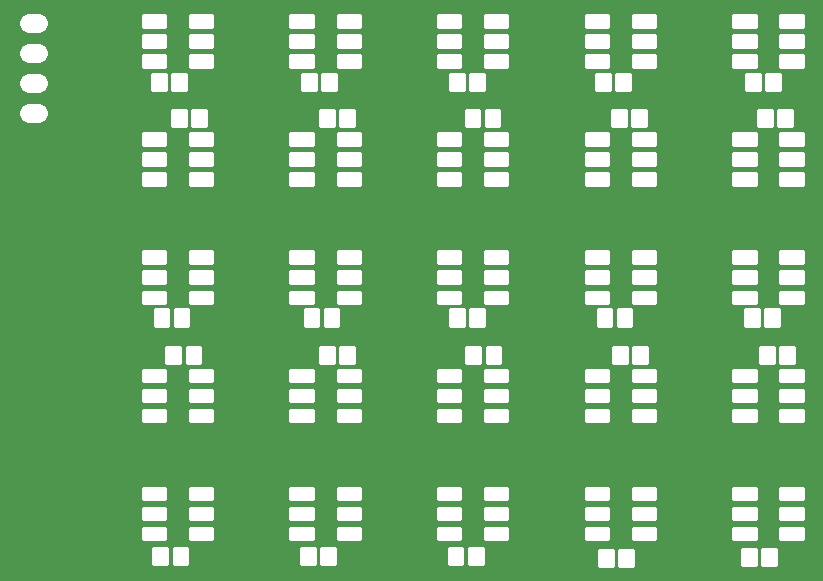
<source format=gts>
G04 EAGLE Gerber RS-274X export*
G75*
%MOMM*%
%FSLAX34Y34*%
%LPD*%
%INSoldermask Top*%
%IPNEG*%
%AMOC8*
5,1,8,0,0,1.08239X$1,22.5*%
G01*
%ADD10C,0.238272*%
%ADD11C,1.625600*%
%ADD12C,0.216288*%


D10*
X155217Y418183D02*
X143583Y418183D01*
X143583Y431817D01*
X155217Y431817D01*
X155217Y418183D01*
X155217Y420447D02*
X143583Y420447D01*
X143583Y422711D02*
X155217Y422711D01*
X155217Y424975D02*
X143583Y424975D01*
X143583Y427239D02*
X155217Y427239D01*
X155217Y429503D02*
X143583Y429503D01*
X143583Y431767D02*
X155217Y431767D01*
X160583Y418183D02*
X172217Y418183D01*
X160583Y418183D02*
X160583Y431817D01*
X172217Y431817D01*
X172217Y418183D01*
X172217Y420447D02*
X160583Y420447D01*
X160583Y422711D02*
X172217Y422711D01*
X172217Y424975D02*
X160583Y424975D01*
X160583Y427239D02*
X172217Y427239D01*
X172217Y429503D02*
X160583Y429503D01*
X160583Y431767D02*
X172217Y431767D01*
X177483Y401817D02*
X189117Y401817D01*
X189117Y388183D01*
X177483Y388183D01*
X177483Y401817D01*
X177483Y390447D02*
X189117Y390447D01*
X189117Y392711D02*
X177483Y392711D01*
X177483Y394975D02*
X189117Y394975D01*
X189117Y397239D02*
X177483Y397239D01*
X177483Y399503D02*
X189117Y399503D01*
X189117Y401767D02*
X177483Y401767D01*
X172117Y401817D02*
X160483Y401817D01*
X172117Y401817D02*
X172117Y388183D01*
X160483Y388183D01*
X160483Y401817D01*
X160483Y390447D02*
X172117Y390447D01*
X172117Y392711D02*
X160483Y392711D01*
X160483Y394975D02*
X172117Y394975D01*
X172117Y397239D02*
X160483Y397239D01*
X160483Y399503D02*
X172117Y399503D01*
X172117Y401767D02*
X160483Y401767D01*
X157317Y219183D02*
X145683Y219183D01*
X145683Y232817D01*
X157317Y232817D01*
X157317Y219183D01*
X157317Y221447D02*
X145683Y221447D01*
X145683Y223711D02*
X157317Y223711D01*
X157317Y225975D02*
X145683Y225975D01*
X145683Y228239D02*
X157317Y228239D01*
X157317Y230503D02*
X145683Y230503D01*
X145683Y232767D02*
X157317Y232767D01*
X162683Y219183D02*
X174317Y219183D01*
X162683Y219183D02*
X162683Y232817D01*
X174317Y232817D01*
X174317Y219183D01*
X174317Y221447D02*
X162683Y221447D01*
X162683Y223711D02*
X174317Y223711D01*
X174317Y225975D02*
X162683Y225975D01*
X162683Y228239D02*
X174317Y228239D01*
X174317Y230503D02*
X162683Y230503D01*
X162683Y232767D02*
X174317Y232767D01*
X272683Y219183D02*
X284317Y219183D01*
X272683Y219183D02*
X272683Y232817D01*
X284317Y232817D01*
X284317Y219183D01*
X284317Y221447D02*
X272683Y221447D01*
X272683Y223711D02*
X284317Y223711D01*
X284317Y225975D02*
X272683Y225975D01*
X272683Y228239D02*
X284317Y228239D01*
X284317Y230503D02*
X272683Y230503D01*
X272683Y232767D02*
X284317Y232767D01*
X289683Y219183D02*
X301317Y219183D01*
X289683Y219183D02*
X289683Y232817D01*
X301317Y232817D01*
X301317Y219183D01*
X301317Y221447D02*
X289683Y221447D01*
X289683Y223711D02*
X301317Y223711D01*
X301317Y225975D02*
X289683Y225975D01*
X289683Y228239D02*
X301317Y228239D01*
X301317Y230503D02*
X289683Y230503D01*
X289683Y232767D02*
X301317Y232767D01*
X395683Y219183D02*
X407317Y219183D01*
X395683Y219183D02*
X395683Y232817D01*
X407317Y232817D01*
X407317Y219183D01*
X407317Y221447D02*
X395683Y221447D01*
X395683Y223711D02*
X407317Y223711D01*
X407317Y225975D02*
X395683Y225975D01*
X395683Y228239D02*
X407317Y228239D01*
X407317Y230503D02*
X395683Y230503D01*
X395683Y232767D02*
X407317Y232767D01*
X412683Y219183D02*
X424317Y219183D01*
X412683Y219183D02*
X412683Y232817D01*
X424317Y232817D01*
X424317Y219183D01*
X424317Y221447D02*
X412683Y221447D01*
X412683Y223711D02*
X424317Y223711D01*
X424317Y225975D02*
X412683Y225975D01*
X412683Y228239D02*
X424317Y228239D01*
X424317Y230503D02*
X412683Y230503D01*
X412683Y232767D02*
X424317Y232767D01*
X520683Y219183D02*
X532317Y219183D01*
X520683Y219183D02*
X520683Y232817D01*
X532317Y232817D01*
X532317Y219183D01*
X532317Y221447D02*
X520683Y221447D01*
X520683Y223711D02*
X532317Y223711D01*
X532317Y225975D02*
X520683Y225975D01*
X520683Y228239D02*
X532317Y228239D01*
X532317Y230503D02*
X520683Y230503D01*
X520683Y232767D02*
X532317Y232767D01*
X537683Y219183D02*
X549317Y219183D01*
X537683Y219183D02*
X537683Y232817D01*
X549317Y232817D01*
X549317Y219183D01*
X549317Y221447D02*
X537683Y221447D01*
X537683Y223711D02*
X549317Y223711D01*
X549317Y225975D02*
X537683Y225975D01*
X537683Y228239D02*
X549317Y228239D01*
X549317Y230503D02*
X537683Y230503D01*
X537683Y232767D02*
X549317Y232767D01*
X645683Y219183D02*
X657317Y219183D01*
X645683Y219183D02*
X645683Y232817D01*
X657317Y232817D01*
X657317Y219183D01*
X657317Y221447D02*
X645683Y221447D01*
X645683Y223711D02*
X657317Y223711D01*
X657317Y225975D02*
X645683Y225975D01*
X645683Y228239D02*
X657317Y228239D01*
X657317Y230503D02*
X645683Y230503D01*
X645683Y232767D02*
X657317Y232767D01*
X662683Y219183D02*
X674317Y219183D01*
X662683Y219183D02*
X662683Y232817D01*
X674317Y232817D01*
X674317Y219183D01*
X674317Y221447D02*
X662683Y221447D01*
X662683Y223711D02*
X674317Y223711D01*
X674317Y225975D02*
X662683Y225975D01*
X662683Y228239D02*
X674317Y228239D01*
X674317Y230503D02*
X662683Y230503D01*
X662683Y232767D02*
X674317Y232767D01*
X675083Y200817D02*
X686717Y200817D01*
X686717Y187183D01*
X675083Y187183D01*
X675083Y200817D01*
X675083Y189447D02*
X686717Y189447D01*
X686717Y191711D02*
X675083Y191711D01*
X675083Y193975D02*
X686717Y193975D01*
X686717Y196239D02*
X675083Y196239D01*
X675083Y198503D02*
X686717Y198503D01*
X686717Y200767D02*
X675083Y200767D01*
X669717Y200817D02*
X658083Y200817D01*
X669717Y200817D02*
X669717Y187183D01*
X658083Y187183D01*
X658083Y200817D01*
X658083Y189447D02*
X669717Y189447D01*
X669717Y191711D02*
X658083Y191711D01*
X658083Y193975D02*
X669717Y193975D01*
X669717Y196239D02*
X658083Y196239D01*
X658083Y198503D02*
X669717Y198503D01*
X669717Y200767D02*
X658083Y200767D01*
X562517Y200817D02*
X550883Y200817D01*
X562517Y200817D02*
X562517Y187183D01*
X550883Y187183D01*
X550883Y200817D01*
X550883Y189447D02*
X562517Y189447D01*
X562517Y191711D02*
X550883Y191711D01*
X550883Y193975D02*
X562517Y193975D01*
X562517Y196239D02*
X550883Y196239D01*
X550883Y198503D02*
X562517Y198503D01*
X562517Y200767D02*
X550883Y200767D01*
X545517Y200817D02*
X533883Y200817D01*
X545517Y200817D02*
X545517Y187183D01*
X533883Y187183D01*
X533883Y200817D01*
X533883Y189447D02*
X545517Y189447D01*
X545517Y191711D02*
X533883Y191711D01*
X533883Y193975D02*
X545517Y193975D01*
X545517Y196239D02*
X533883Y196239D01*
X533883Y198503D02*
X545517Y198503D01*
X545517Y200767D02*
X533883Y200767D01*
X438317Y200817D02*
X426683Y200817D01*
X438317Y200817D02*
X438317Y187183D01*
X426683Y187183D01*
X426683Y200817D01*
X426683Y189447D02*
X438317Y189447D01*
X438317Y191711D02*
X426683Y191711D01*
X426683Y193975D02*
X438317Y193975D01*
X438317Y196239D02*
X426683Y196239D01*
X426683Y198503D02*
X438317Y198503D01*
X438317Y200767D02*
X426683Y200767D01*
X421317Y200817D02*
X409683Y200817D01*
X421317Y200817D02*
X421317Y187183D01*
X409683Y187183D01*
X409683Y200817D01*
X409683Y189447D02*
X421317Y189447D01*
X421317Y191711D02*
X409683Y191711D01*
X409683Y193975D02*
X421317Y193975D01*
X421317Y196239D02*
X409683Y196239D01*
X409683Y198503D02*
X421317Y198503D01*
X421317Y200767D02*
X409683Y200767D01*
X314117Y200817D02*
X302483Y200817D01*
X314117Y200817D02*
X314117Y187183D01*
X302483Y187183D01*
X302483Y200817D01*
X302483Y189447D02*
X314117Y189447D01*
X314117Y191711D02*
X302483Y191711D01*
X302483Y193975D02*
X314117Y193975D01*
X314117Y196239D02*
X302483Y196239D01*
X302483Y198503D02*
X314117Y198503D01*
X314117Y200767D02*
X302483Y200767D01*
X297117Y200817D02*
X285483Y200817D01*
X297117Y200817D02*
X297117Y187183D01*
X285483Y187183D01*
X285483Y200817D01*
X285483Y189447D02*
X297117Y189447D01*
X297117Y191711D02*
X285483Y191711D01*
X285483Y193975D02*
X297117Y193975D01*
X297117Y196239D02*
X285483Y196239D01*
X285483Y198503D02*
X297117Y198503D01*
X297117Y200767D02*
X285483Y200767D01*
X282317Y418183D02*
X270683Y418183D01*
X270683Y431817D01*
X282317Y431817D01*
X282317Y418183D01*
X282317Y420447D02*
X270683Y420447D01*
X270683Y422711D02*
X282317Y422711D01*
X282317Y424975D02*
X270683Y424975D01*
X270683Y427239D02*
X282317Y427239D01*
X282317Y429503D02*
X270683Y429503D01*
X270683Y431767D02*
X282317Y431767D01*
X287683Y418183D02*
X299317Y418183D01*
X287683Y418183D02*
X287683Y431817D01*
X299317Y431817D01*
X299317Y418183D01*
X299317Y420447D02*
X287683Y420447D01*
X287683Y422711D02*
X299317Y422711D01*
X299317Y424975D02*
X287683Y424975D01*
X287683Y427239D02*
X299317Y427239D01*
X299317Y429503D02*
X287683Y429503D01*
X287683Y431767D02*
X299317Y431767D01*
X184317Y200817D02*
X172683Y200817D01*
X184317Y200817D02*
X184317Y187183D01*
X172683Y187183D01*
X172683Y200817D01*
X172683Y189447D02*
X184317Y189447D01*
X184317Y191711D02*
X172683Y191711D01*
X172683Y193975D02*
X184317Y193975D01*
X184317Y196239D02*
X172683Y196239D01*
X172683Y198503D02*
X184317Y198503D01*
X184317Y200767D02*
X172683Y200767D01*
X167317Y200817D02*
X155683Y200817D01*
X167317Y200817D02*
X167317Y187183D01*
X155683Y187183D01*
X155683Y200817D01*
X155683Y189447D02*
X167317Y189447D01*
X167317Y191711D02*
X155683Y191711D01*
X155683Y193975D02*
X167317Y193975D01*
X167317Y196239D02*
X155683Y196239D01*
X155683Y198503D02*
X167317Y198503D01*
X167317Y200767D02*
X155683Y200767D01*
X156317Y17183D02*
X144683Y17183D01*
X144683Y30817D01*
X156317Y30817D01*
X156317Y17183D01*
X156317Y19447D02*
X144683Y19447D01*
X144683Y21711D02*
X156317Y21711D01*
X156317Y23975D02*
X144683Y23975D01*
X144683Y26239D02*
X156317Y26239D01*
X156317Y28503D02*
X144683Y28503D01*
X144683Y30767D02*
X156317Y30767D01*
X161683Y17183D02*
X173317Y17183D01*
X161683Y17183D02*
X161683Y30817D01*
X173317Y30817D01*
X173317Y17183D01*
X173317Y19447D02*
X161683Y19447D01*
X161683Y21711D02*
X173317Y21711D01*
X173317Y23975D02*
X161683Y23975D01*
X161683Y26239D02*
X173317Y26239D01*
X173317Y28503D02*
X161683Y28503D01*
X161683Y30767D02*
X173317Y30767D01*
X269683Y17183D02*
X281317Y17183D01*
X269683Y17183D02*
X269683Y30817D01*
X281317Y30817D01*
X281317Y17183D01*
X281317Y19447D02*
X269683Y19447D01*
X269683Y21711D02*
X281317Y21711D01*
X281317Y23975D02*
X269683Y23975D01*
X269683Y26239D02*
X281317Y26239D01*
X281317Y28503D02*
X269683Y28503D01*
X269683Y30767D02*
X281317Y30767D01*
X286683Y17183D02*
X298317Y17183D01*
X286683Y17183D02*
X286683Y30817D01*
X298317Y30817D01*
X298317Y17183D01*
X298317Y19447D02*
X286683Y19447D01*
X286683Y21711D02*
X298317Y21711D01*
X298317Y23975D02*
X286683Y23975D01*
X286683Y26239D02*
X298317Y26239D01*
X298317Y28503D02*
X286683Y28503D01*
X286683Y30767D02*
X298317Y30767D01*
X394683Y17183D02*
X406317Y17183D01*
X394683Y17183D02*
X394683Y30817D01*
X406317Y30817D01*
X406317Y17183D01*
X406317Y19447D02*
X394683Y19447D01*
X394683Y21711D02*
X406317Y21711D01*
X406317Y23975D02*
X394683Y23975D01*
X394683Y26239D02*
X406317Y26239D01*
X406317Y28503D02*
X394683Y28503D01*
X394683Y30767D02*
X406317Y30767D01*
X411683Y17183D02*
X423317Y17183D01*
X411683Y17183D02*
X411683Y30817D01*
X423317Y30817D01*
X423317Y17183D01*
X423317Y19447D02*
X411683Y19447D01*
X411683Y21711D02*
X423317Y21711D01*
X423317Y23975D02*
X411683Y23975D01*
X411683Y26239D02*
X423317Y26239D01*
X423317Y28503D02*
X411683Y28503D01*
X411683Y30767D02*
X423317Y30767D01*
X521883Y15783D02*
X533517Y15783D01*
X521883Y15783D02*
X521883Y29417D01*
X533517Y29417D01*
X533517Y15783D01*
X533517Y18047D02*
X521883Y18047D01*
X521883Y20311D02*
X533517Y20311D01*
X533517Y22575D02*
X521883Y22575D01*
X521883Y24839D02*
X533517Y24839D01*
X533517Y27103D02*
X521883Y27103D01*
X521883Y29367D02*
X533517Y29367D01*
X538883Y15783D02*
X550517Y15783D01*
X538883Y15783D02*
X538883Y29417D01*
X550517Y29417D01*
X550517Y15783D01*
X550517Y18047D02*
X538883Y18047D01*
X538883Y20311D02*
X550517Y20311D01*
X550517Y22575D02*
X538883Y22575D01*
X538883Y24839D02*
X550517Y24839D01*
X550517Y27103D02*
X538883Y27103D01*
X538883Y29367D02*
X550517Y29367D01*
X643283Y16583D02*
X654917Y16583D01*
X643283Y16583D02*
X643283Y30217D01*
X654917Y30217D01*
X654917Y16583D01*
X654917Y18847D02*
X643283Y18847D01*
X643283Y21111D02*
X654917Y21111D01*
X654917Y23375D02*
X643283Y23375D01*
X643283Y25639D02*
X654917Y25639D01*
X654917Y27903D02*
X643283Y27903D01*
X643283Y30167D02*
X654917Y30167D01*
X660283Y16583D02*
X671917Y16583D01*
X660283Y16583D02*
X660283Y30217D01*
X671917Y30217D01*
X671917Y16583D01*
X671917Y18847D02*
X660283Y18847D01*
X660283Y21111D02*
X671917Y21111D01*
X671917Y23375D02*
X660283Y23375D01*
X660283Y25639D02*
X671917Y25639D01*
X671917Y27903D02*
X660283Y27903D01*
X660283Y30167D02*
X671917Y30167D01*
X407317Y418183D02*
X395683Y418183D01*
X395683Y431817D01*
X407317Y431817D01*
X407317Y418183D01*
X407317Y420447D02*
X395683Y420447D01*
X395683Y422711D02*
X407317Y422711D01*
X407317Y424975D02*
X395683Y424975D01*
X395683Y427239D02*
X407317Y427239D01*
X407317Y429503D02*
X395683Y429503D01*
X395683Y431767D02*
X407317Y431767D01*
X412683Y418183D02*
X424317Y418183D01*
X412683Y418183D02*
X412683Y431817D01*
X424317Y431817D01*
X424317Y418183D01*
X424317Y420447D02*
X412683Y420447D01*
X412683Y422711D02*
X424317Y422711D01*
X424317Y424975D02*
X412683Y424975D01*
X412683Y427239D02*
X424317Y427239D01*
X424317Y429503D02*
X412683Y429503D01*
X412683Y431767D02*
X424317Y431767D01*
X519683Y418183D02*
X531317Y418183D01*
X519683Y418183D02*
X519683Y431817D01*
X531317Y431817D01*
X531317Y418183D01*
X531317Y420447D02*
X519683Y420447D01*
X519683Y422711D02*
X531317Y422711D01*
X531317Y424975D02*
X519683Y424975D01*
X519683Y427239D02*
X531317Y427239D01*
X531317Y429503D02*
X519683Y429503D01*
X519683Y431767D02*
X531317Y431767D01*
X536683Y418183D02*
X548317Y418183D01*
X536683Y418183D02*
X536683Y431817D01*
X548317Y431817D01*
X548317Y418183D01*
X548317Y420447D02*
X536683Y420447D01*
X536683Y422711D02*
X548317Y422711D01*
X548317Y424975D02*
X536683Y424975D01*
X536683Y427239D02*
X548317Y427239D01*
X548317Y429503D02*
X536683Y429503D01*
X536683Y431767D02*
X548317Y431767D01*
X646683Y418183D02*
X658317Y418183D01*
X646683Y418183D02*
X646683Y431817D01*
X658317Y431817D01*
X658317Y418183D01*
X658317Y420447D02*
X646683Y420447D01*
X646683Y422711D02*
X658317Y422711D01*
X658317Y424975D02*
X646683Y424975D01*
X646683Y427239D02*
X658317Y427239D01*
X658317Y429503D02*
X646683Y429503D01*
X646683Y431767D02*
X658317Y431767D01*
X663683Y418183D02*
X675317Y418183D01*
X663683Y418183D02*
X663683Y431817D01*
X675317Y431817D01*
X675317Y418183D01*
X675317Y420447D02*
X663683Y420447D01*
X663683Y422711D02*
X675317Y422711D01*
X675317Y424975D02*
X663683Y424975D01*
X663683Y427239D02*
X675317Y427239D01*
X675317Y429503D02*
X663683Y429503D01*
X663683Y431767D02*
X675317Y431767D01*
X673783Y401817D02*
X685417Y401817D01*
X685417Y388183D01*
X673783Y388183D01*
X673783Y401817D01*
X673783Y390447D02*
X685417Y390447D01*
X685417Y392711D02*
X673783Y392711D01*
X673783Y394975D02*
X685417Y394975D01*
X685417Y397239D02*
X673783Y397239D01*
X673783Y399503D02*
X685417Y399503D01*
X685417Y401767D02*
X673783Y401767D01*
X668417Y401817D02*
X656783Y401817D01*
X668417Y401817D02*
X668417Y388183D01*
X656783Y388183D01*
X656783Y401817D01*
X656783Y390447D02*
X668417Y390447D01*
X668417Y392711D02*
X656783Y392711D01*
X656783Y394975D02*
X668417Y394975D01*
X668417Y397239D02*
X656783Y397239D01*
X656783Y399503D02*
X668417Y399503D01*
X668417Y401767D02*
X656783Y401767D01*
X561717Y401817D02*
X550083Y401817D01*
X561717Y401817D02*
X561717Y388183D01*
X550083Y388183D01*
X550083Y401817D01*
X550083Y390447D02*
X561717Y390447D01*
X561717Y392711D02*
X550083Y392711D01*
X550083Y394975D02*
X561717Y394975D01*
X561717Y397239D02*
X550083Y397239D01*
X550083Y399503D02*
X561717Y399503D01*
X561717Y401767D02*
X550083Y401767D01*
X544717Y401817D02*
X533083Y401817D01*
X544717Y401817D02*
X544717Y388183D01*
X533083Y388183D01*
X533083Y401817D01*
X533083Y390447D02*
X544717Y390447D01*
X544717Y392711D02*
X533083Y392711D01*
X533083Y394975D02*
X544717Y394975D01*
X544717Y397239D02*
X533083Y397239D01*
X533083Y399503D02*
X544717Y399503D01*
X544717Y401767D02*
X533083Y401767D01*
X437517Y401817D02*
X425883Y401817D01*
X437517Y401817D02*
X437517Y388183D01*
X425883Y388183D01*
X425883Y401817D01*
X425883Y390447D02*
X437517Y390447D01*
X437517Y392711D02*
X425883Y392711D01*
X425883Y394975D02*
X437517Y394975D01*
X437517Y397239D02*
X425883Y397239D01*
X425883Y399503D02*
X437517Y399503D01*
X437517Y401767D02*
X425883Y401767D01*
X420517Y401817D02*
X408883Y401817D01*
X420517Y401817D02*
X420517Y388183D01*
X408883Y388183D01*
X408883Y401817D01*
X408883Y390447D02*
X420517Y390447D01*
X420517Y392711D02*
X408883Y392711D01*
X408883Y394975D02*
X420517Y394975D01*
X420517Y397239D02*
X408883Y397239D01*
X408883Y399503D02*
X420517Y399503D01*
X420517Y401767D02*
X408883Y401767D01*
X314317Y401817D02*
X302683Y401817D01*
X314317Y401817D02*
X314317Y388183D01*
X302683Y388183D01*
X302683Y401817D01*
X302683Y390447D02*
X314317Y390447D01*
X314317Y392711D02*
X302683Y392711D01*
X302683Y394975D02*
X314317Y394975D01*
X314317Y397239D02*
X302683Y397239D01*
X302683Y399503D02*
X314317Y399503D01*
X314317Y401767D02*
X302683Y401767D01*
X297317Y401817D02*
X285683Y401817D01*
X297317Y401817D02*
X297317Y388183D01*
X285683Y388183D01*
X285683Y401817D01*
X285683Y390447D02*
X297317Y390447D01*
X297317Y392711D02*
X285683Y392711D01*
X285683Y394975D02*
X297317Y394975D01*
X297317Y397239D02*
X285683Y397239D01*
X285683Y399503D02*
X297317Y399503D01*
X297317Y401767D02*
X285683Y401767D01*
D11*
X47110Y398700D02*
X39490Y398700D01*
X39490Y424100D02*
X47110Y424100D01*
X47110Y449500D02*
X39490Y449500D01*
X39490Y474900D02*
X47110Y474900D01*
D12*
X260573Y372073D02*
X279427Y372073D01*
X260573Y372073D02*
X260573Y381927D01*
X279427Y381927D01*
X279427Y372073D01*
X279427Y374128D02*
X260573Y374128D01*
X260573Y376183D02*
X279427Y376183D01*
X279427Y378238D02*
X260573Y378238D01*
X260573Y380293D02*
X279427Y380293D01*
X279427Y355073D02*
X260573Y355073D01*
X260573Y364927D01*
X279427Y364927D01*
X279427Y355073D01*
X279427Y357128D02*
X260573Y357128D01*
X260573Y359183D02*
X279427Y359183D01*
X279427Y361238D02*
X260573Y361238D01*
X260573Y363293D02*
X279427Y363293D01*
X279427Y338073D02*
X260573Y338073D01*
X260573Y347927D01*
X279427Y347927D01*
X279427Y338073D01*
X279427Y340128D02*
X260573Y340128D01*
X260573Y342183D02*
X279427Y342183D01*
X279427Y344238D02*
X260573Y344238D01*
X260573Y346293D02*
X279427Y346293D01*
X300573Y338073D02*
X319427Y338073D01*
X300573Y338073D02*
X300573Y347927D01*
X319427Y347927D01*
X319427Y338073D01*
X319427Y340128D02*
X300573Y340128D01*
X300573Y342183D02*
X319427Y342183D01*
X319427Y344238D02*
X300573Y344238D01*
X300573Y346293D02*
X319427Y346293D01*
X319427Y355073D02*
X300573Y355073D01*
X300573Y364927D01*
X319427Y364927D01*
X319427Y355073D01*
X319427Y357128D02*
X300573Y357128D01*
X300573Y359183D02*
X319427Y359183D01*
X319427Y361238D02*
X300573Y361238D01*
X300573Y363293D02*
X319427Y363293D01*
X319427Y372073D02*
X300573Y372073D01*
X300573Y381927D01*
X319427Y381927D01*
X319427Y372073D01*
X319427Y374128D02*
X300573Y374128D01*
X300573Y376183D02*
X319427Y376183D01*
X319427Y378238D02*
X300573Y378238D01*
X300573Y380293D02*
X319427Y380293D01*
X154427Y372073D02*
X135573Y372073D01*
X135573Y381927D01*
X154427Y381927D01*
X154427Y372073D01*
X154427Y374128D02*
X135573Y374128D01*
X135573Y376183D02*
X154427Y376183D01*
X154427Y378238D02*
X135573Y378238D01*
X135573Y380293D02*
X154427Y380293D01*
X154427Y355073D02*
X135573Y355073D01*
X135573Y364927D01*
X154427Y364927D01*
X154427Y355073D01*
X154427Y357128D02*
X135573Y357128D01*
X135573Y359183D02*
X154427Y359183D01*
X154427Y361238D02*
X135573Y361238D01*
X135573Y363293D02*
X154427Y363293D01*
X154427Y338073D02*
X135573Y338073D01*
X135573Y347927D01*
X154427Y347927D01*
X154427Y338073D01*
X154427Y340128D02*
X135573Y340128D01*
X135573Y342183D02*
X154427Y342183D01*
X154427Y344238D02*
X135573Y344238D01*
X135573Y346293D02*
X154427Y346293D01*
X175573Y338073D02*
X194427Y338073D01*
X175573Y338073D02*
X175573Y347927D01*
X194427Y347927D01*
X194427Y338073D01*
X194427Y340128D02*
X175573Y340128D01*
X175573Y342183D02*
X194427Y342183D01*
X194427Y344238D02*
X175573Y344238D01*
X175573Y346293D02*
X194427Y346293D01*
X194427Y355073D02*
X175573Y355073D01*
X175573Y364927D01*
X194427Y364927D01*
X194427Y355073D01*
X194427Y357128D02*
X175573Y357128D01*
X175573Y359183D02*
X194427Y359183D01*
X194427Y361238D02*
X175573Y361238D01*
X175573Y363293D02*
X194427Y363293D01*
X194427Y372073D02*
X175573Y372073D01*
X175573Y381927D01*
X194427Y381927D01*
X194427Y372073D01*
X194427Y374128D02*
X175573Y374128D01*
X175573Y376183D02*
X194427Y376183D01*
X194427Y378238D02*
X175573Y378238D01*
X175573Y380293D02*
X194427Y380293D01*
X194427Y247927D02*
X175573Y247927D01*
X194427Y247927D02*
X194427Y238073D01*
X175573Y238073D01*
X175573Y247927D01*
X175573Y240128D02*
X194427Y240128D01*
X194427Y242183D02*
X175573Y242183D01*
X175573Y244238D02*
X194427Y244238D01*
X194427Y246293D02*
X175573Y246293D01*
X175573Y264927D02*
X194427Y264927D01*
X194427Y255073D01*
X175573Y255073D01*
X175573Y264927D01*
X175573Y257128D02*
X194427Y257128D01*
X194427Y259183D02*
X175573Y259183D01*
X175573Y261238D02*
X194427Y261238D01*
X194427Y263293D02*
X175573Y263293D01*
X175573Y281927D02*
X194427Y281927D01*
X194427Y272073D01*
X175573Y272073D01*
X175573Y281927D01*
X175573Y274128D02*
X194427Y274128D01*
X194427Y276183D02*
X175573Y276183D01*
X175573Y278238D02*
X194427Y278238D01*
X194427Y280293D02*
X175573Y280293D01*
X154427Y281927D02*
X135573Y281927D01*
X154427Y281927D02*
X154427Y272073D01*
X135573Y272073D01*
X135573Y281927D01*
X135573Y274128D02*
X154427Y274128D01*
X154427Y276183D02*
X135573Y276183D01*
X135573Y278238D02*
X154427Y278238D01*
X154427Y280293D02*
X135573Y280293D01*
X135573Y264927D02*
X154427Y264927D01*
X154427Y255073D01*
X135573Y255073D01*
X135573Y264927D01*
X135573Y257128D02*
X154427Y257128D01*
X154427Y259183D02*
X135573Y259183D01*
X135573Y261238D02*
X154427Y261238D01*
X154427Y263293D02*
X135573Y263293D01*
X135573Y247927D02*
X154427Y247927D01*
X154427Y238073D01*
X135573Y238073D01*
X135573Y247927D01*
X135573Y240128D02*
X154427Y240128D01*
X154427Y242183D02*
X135573Y242183D01*
X135573Y244238D02*
X154427Y244238D01*
X154427Y246293D02*
X135573Y246293D01*
X300573Y247927D02*
X319427Y247927D01*
X319427Y238073D01*
X300573Y238073D01*
X300573Y247927D01*
X300573Y240128D02*
X319427Y240128D01*
X319427Y242183D02*
X300573Y242183D01*
X300573Y244238D02*
X319427Y244238D01*
X319427Y246293D02*
X300573Y246293D01*
X300573Y264927D02*
X319427Y264927D01*
X319427Y255073D01*
X300573Y255073D01*
X300573Y264927D01*
X300573Y257128D02*
X319427Y257128D01*
X319427Y259183D02*
X300573Y259183D01*
X300573Y261238D02*
X319427Y261238D01*
X319427Y263293D02*
X300573Y263293D01*
X300573Y281927D02*
X319427Y281927D01*
X319427Y272073D01*
X300573Y272073D01*
X300573Y281927D01*
X300573Y274128D02*
X319427Y274128D01*
X319427Y276183D02*
X300573Y276183D01*
X300573Y278238D02*
X319427Y278238D01*
X319427Y280293D02*
X300573Y280293D01*
X279427Y281927D02*
X260573Y281927D01*
X279427Y281927D02*
X279427Y272073D01*
X260573Y272073D01*
X260573Y281927D01*
X260573Y274128D02*
X279427Y274128D01*
X279427Y276183D02*
X260573Y276183D01*
X260573Y278238D02*
X279427Y278238D01*
X279427Y280293D02*
X260573Y280293D01*
X260573Y264927D02*
X279427Y264927D01*
X279427Y255073D01*
X260573Y255073D01*
X260573Y264927D01*
X260573Y257128D02*
X279427Y257128D01*
X279427Y259183D02*
X260573Y259183D01*
X260573Y261238D02*
X279427Y261238D01*
X279427Y263293D02*
X260573Y263293D01*
X260573Y247927D02*
X279427Y247927D01*
X279427Y238073D01*
X260573Y238073D01*
X260573Y247927D01*
X260573Y240128D02*
X279427Y240128D01*
X279427Y242183D02*
X260573Y242183D01*
X260573Y244238D02*
X279427Y244238D01*
X279427Y246293D02*
X260573Y246293D01*
X425573Y247927D02*
X444427Y247927D01*
X444427Y238073D01*
X425573Y238073D01*
X425573Y247927D01*
X425573Y240128D02*
X444427Y240128D01*
X444427Y242183D02*
X425573Y242183D01*
X425573Y244238D02*
X444427Y244238D01*
X444427Y246293D02*
X425573Y246293D01*
X425573Y264927D02*
X444427Y264927D01*
X444427Y255073D01*
X425573Y255073D01*
X425573Y264927D01*
X425573Y257128D02*
X444427Y257128D01*
X444427Y259183D02*
X425573Y259183D01*
X425573Y261238D02*
X444427Y261238D01*
X444427Y263293D02*
X425573Y263293D01*
X425573Y281927D02*
X444427Y281927D01*
X444427Y272073D01*
X425573Y272073D01*
X425573Y281927D01*
X425573Y274128D02*
X444427Y274128D01*
X444427Y276183D02*
X425573Y276183D01*
X425573Y278238D02*
X444427Y278238D01*
X444427Y280293D02*
X425573Y280293D01*
X404427Y281927D02*
X385573Y281927D01*
X404427Y281927D02*
X404427Y272073D01*
X385573Y272073D01*
X385573Y281927D01*
X385573Y274128D02*
X404427Y274128D01*
X404427Y276183D02*
X385573Y276183D01*
X385573Y278238D02*
X404427Y278238D01*
X404427Y280293D02*
X385573Y280293D01*
X385573Y264927D02*
X404427Y264927D01*
X404427Y255073D01*
X385573Y255073D01*
X385573Y264927D01*
X385573Y257128D02*
X404427Y257128D01*
X404427Y259183D02*
X385573Y259183D01*
X385573Y261238D02*
X404427Y261238D01*
X404427Y263293D02*
X385573Y263293D01*
X385573Y247927D02*
X404427Y247927D01*
X404427Y238073D01*
X385573Y238073D01*
X385573Y247927D01*
X385573Y240128D02*
X404427Y240128D01*
X404427Y242183D02*
X385573Y242183D01*
X385573Y244238D02*
X404427Y244238D01*
X404427Y246293D02*
X385573Y246293D01*
X550573Y247927D02*
X569427Y247927D01*
X569427Y238073D01*
X550573Y238073D01*
X550573Y247927D01*
X550573Y240128D02*
X569427Y240128D01*
X569427Y242183D02*
X550573Y242183D01*
X550573Y244238D02*
X569427Y244238D01*
X569427Y246293D02*
X550573Y246293D01*
X550573Y264927D02*
X569427Y264927D01*
X569427Y255073D01*
X550573Y255073D01*
X550573Y264927D01*
X550573Y257128D02*
X569427Y257128D01*
X569427Y259183D02*
X550573Y259183D01*
X550573Y261238D02*
X569427Y261238D01*
X569427Y263293D02*
X550573Y263293D01*
X550573Y281927D02*
X569427Y281927D01*
X569427Y272073D01*
X550573Y272073D01*
X550573Y281927D01*
X550573Y274128D02*
X569427Y274128D01*
X569427Y276183D02*
X550573Y276183D01*
X550573Y278238D02*
X569427Y278238D01*
X569427Y280293D02*
X550573Y280293D01*
X529427Y281927D02*
X510573Y281927D01*
X529427Y281927D02*
X529427Y272073D01*
X510573Y272073D01*
X510573Y281927D01*
X510573Y274128D02*
X529427Y274128D01*
X529427Y276183D02*
X510573Y276183D01*
X510573Y278238D02*
X529427Y278238D01*
X529427Y280293D02*
X510573Y280293D01*
X510573Y264927D02*
X529427Y264927D01*
X529427Y255073D01*
X510573Y255073D01*
X510573Y264927D01*
X510573Y257128D02*
X529427Y257128D01*
X529427Y259183D02*
X510573Y259183D01*
X510573Y261238D02*
X529427Y261238D01*
X529427Y263293D02*
X510573Y263293D01*
X510573Y247927D02*
X529427Y247927D01*
X529427Y238073D01*
X510573Y238073D01*
X510573Y247927D01*
X510573Y240128D02*
X529427Y240128D01*
X529427Y242183D02*
X510573Y242183D01*
X510573Y244238D02*
X529427Y244238D01*
X529427Y246293D02*
X510573Y246293D01*
X675573Y247927D02*
X694427Y247927D01*
X694427Y238073D01*
X675573Y238073D01*
X675573Y247927D01*
X675573Y240128D02*
X694427Y240128D01*
X694427Y242183D02*
X675573Y242183D01*
X675573Y244238D02*
X694427Y244238D01*
X694427Y246293D02*
X675573Y246293D01*
X675573Y264927D02*
X694427Y264927D01*
X694427Y255073D01*
X675573Y255073D01*
X675573Y264927D01*
X675573Y257128D02*
X694427Y257128D01*
X694427Y259183D02*
X675573Y259183D01*
X675573Y261238D02*
X694427Y261238D01*
X694427Y263293D02*
X675573Y263293D01*
X675573Y281927D02*
X694427Y281927D01*
X694427Y272073D01*
X675573Y272073D01*
X675573Y281927D01*
X675573Y274128D02*
X694427Y274128D01*
X694427Y276183D02*
X675573Y276183D01*
X675573Y278238D02*
X694427Y278238D01*
X694427Y280293D02*
X675573Y280293D01*
X654427Y281927D02*
X635573Y281927D01*
X654427Y281927D02*
X654427Y272073D01*
X635573Y272073D01*
X635573Y281927D01*
X635573Y274128D02*
X654427Y274128D01*
X654427Y276183D02*
X635573Y276183D01*
X635573Y278238D02*
X654427Y278238D01*
X654427Y280293D02*
X635573Y280293D01*
X635573Y264927D02*
X654427Y264927D01*
X654427Y255073D01*
X635573Y255073D01*
X635573Y264927D01*
X635573Y257128D02*
X654427Y257128D01*
X654427Y259183D02*
X635573Y259183D01*
X635573Y261238D02*
X654427Y261238D01*
X654427Y263293D02*
X635573Y263293D01*
X635573Y247927D02*
X654427Y247927D01*
X654427Y238073D01*
X635573Y238073D01*
X635573Y247927D01*
X635573Y240128D02*
X654427Y240128D01*
X654427Y242183D02*
X635573Y242183D01*
X635573Y244238D02*
X654427Y244238D01*
X654427Y246293D02*
X635573Y246293D01*
X635573Y172073D02*
X654427Y172073D01*
X635573Y172073D02*
X635573Y181927D01*
X654427Y181927D01*
X654427Y172073D01*
X654427Y174128D02*
X635573Y174128D01*
X635573Y176183D02*
X654427Y176183D01*
X654427Y178238D02*
X635573Y178238D01*
X635573Y180293D02*
X654427Y180293D01*
X654427Y155073D02*
X635573Y155073D01*
X635573Y164927D01*
X654427Y164927D01*
X654427Y155073D01*
X654427Y157128D02*
X635573Y157128D01*
X635573Y159183D02*
X654427Y159183D01*
X654427Y161238D02*
X635573Y161238D01*
X635573Y163293D02*
X654427Y163293D01*
X654427Y138073D02*
X635573Y138073D01*
X635573Y147927D01*
X654427Y147927D01*
X654427Y138073D01*
X654427Y140128D02*
X635573Y140128D01*
X635573Y142183D02*
X654427Y142183D01*
X654427Y144238D02*
X635573Y144238D01*
X635573Y146293D02*
X654427Y146293D01*
X675573Y138073D02*
X694427Y138073D01*
X675573Y138073D02*
X675573Y147927D01*
X694427Y147927D01*
X694427Y138073D01*
X694427Y140128D02*
X675573Y140128D01*
X675573Y142183D02*
X694427Y142183D01*
X694427Y144238D02*
X675573Y144238D01*
X675573Y146293D02*
X694427Y146293D01*
X694427Y155073D02*
X675573Y155073D01*
X675573Y164927D01*
X694427Y164927D01*
X694427Y155073D01*
X694427Y157128D02*
X675573Y157128D01*
X675573Y159183D02*
X694427Y159183D01*
X694427Y161238D02*
X675573Y161238D01*
X675573Y163293D02*
X694427Y163293D01*
X694427Y172073D02*
X675573Y172073D01*
X675573Y181927D01*
X694427Y181927D01*
X694427Y172073D01*
X694427Y174128D02*
X675573Y174128D01*
X675573Y176183D02*
X694427Y176183D01*
X694427Y178238D02*
X675573Y178238D01*
X675573Y180293D02*
X694427Y180293D01*
X529427Y172073D02*
X510573Y172073D01*
X510573Y181927D01*
X529427Y181927D01*
X529427Y172073D01*
X529427Y174128D02*
X510573Y174128D01*
X510573Y176183D02*
X529427Y176183D01*
X529427Y178238D02*
X510573Y178238D01*
X510573Y180293D02*
X529427Y180293D01*
X529427Y155073D02*
X510573Y155073D01*
X510573Y164927D01*
X529427Y164927D01*
X529427Y155073D01*
X529427Y157128D02*
X510573Y157128D01*
X510573Y159183D02*
X529427Y159183D01*
X529427Y161238D02*
X510573Y161238D01*
X510573Y163293D02*
X529427Y163293D01*
X529427Y138073D02*
X510573Y138073D01*
X510573Y147927D01*
X529427Y147927D01*
X529427Y138073D01*
X529427Y140128D02*
X510573Y140128D01*
X510573Y142183D02*
X529427Y142183D01*
X529427Y144238D02*
X510573Y144238D01*
X510573Y146293D02*
X529427Y146293D01*
X550573Y138073D02*
X569427Y138073D01*
X550573Y138073D02*
X550573Y147927D01*
X569427Y147927D01*
X569427Y138073D01*
X569427Y140128D02*
X550573Y140128D01*
X550573Y142183D02*
X569427Y142183D01*
X569427Y144238D02*
X550573Y144238D01*
X550573Y146293D02*
X569427Y146293D01*
X569427Y155073D02*
X550573Y155073D01*
X550573Y164927D01*
X569427Y164927D01*
X569427Y155073D01*
X569427Y157128D02*
X550573Y157128D01*
X550573Y159183D02*
X569427Y159183D01*
X569427Y161238D02*
X550573Y161238D01*
X550573Y163293D02*
X569427Y163293D01*
X569427Y172073D02*
X550573Y172073D01*
X550573Y181927D01*
X569427Y181927D01*
X569427Y172073D01*
X569427Y174128D02*
X550573Y174128D01*
X550573Y176183D02*
X569427Y176183D01*
X569427Y178238D02*
X550573Y178238D01*
X550573Y180293D02*
X569427Y180293D01*
X404427Y172073D02*
X385573Y172073D01*
X385573Y181927D01*
X404427Y181927D01*
X404427Y172073D01*
X404427Y174128D02*
X385573Y174128D01*
X385573Y176183D02*
X404427Y176183D01*
X404427Y178238D02*
X385573Y178238D01*
X385573Y180293D02*
X404427Y180293D01*
X404427Y155073D02*
X385573Y155073D01*
X385573Y164927D01*
X404427Y164927D01*
X404427Y155073D01*
X404427Y157128D02*
X385573Y157128D01*
X385573Y159183D02*
X404427Y159183D01*
X404427Y161238D02*
X385573Y161238D01*
X385573Y163293D02*
X404427Y163293D01*
X404427Y138073D02*
X385573Y138073D01*
X385573Y147927D01*
X404427Y147927D01*
X404427Y138073D01*
X404427Y140128D02*
X385573Y140128D01*
X385573Y142183D02*
X404427Y142183D01*
X404427Y144238D02*
X385573Y144238D01*
X385573Y146293D02*
X404427Y146293D01*
X425573Y138073D02*
X444427Y138073D01*
X425573Y138073D02*
X425573Y147927D01*
X444427Y147927D01*
X444427Y138073D01*
X444427Y140128D02*
X425573Y140128D01*
X425573Y142183D02*
X444427Y142183D01*
X444427Y144238D02*
X425573Y144238D01*
X425573Y146293D02*
X444427Y146293D01*
X444427Y155073D02*
X425573Y155073D01*
X425573Y164927D01*
X444427Y164927D01*
X444427Y155073D01*
X444427Y157128D02*
X425573Y157128D01*
X425573Y159183D02*
X444427Y159183D01*
X444427Y161238D02*
X425573Y161238D01*
X425573Y163293D02*
X444427Y163293D01*
X444427Y172073D02*
X425573Y172073D01*
X425573Y181927D01*
X444427Y181927D01*
X444427Y172073D01*
X444427Y174128D02*
X425573Y174128D01*
X425573Y176183D02*
X444427Y176183D01*
X444427Y178238D02*
X425573Y178238D01*
X425573Y180293D02*
X444427Y180293D01*
X194427Y447927D02*
X175573Y447927D01*
X194427Y447927D02*
X194427Y438073D01*
X175573Y438073D01*
X175573Y447927D01*
X175573Y440128D02*
X194427Y440128D01*
X194427Y442183D02*
X175573Y442183D01*
X175573Y444238D02*
X194427Y444238D01*
X194427Y446293D02*
X175573Y446293D01*
X175573Y464927D02*
X194427Y464927D01*
X194427Y455073D01*
X175573Y455073D01*
X175573Y464927D01*
X175573Y457128D02*
X194427Y457128D01*
X194427Y459183D02*
X175573Y459183D01*
X175573Y461238D02*
X194427Y461238D01*
X194427Y463293D02*
X175573Y463293D01*
X175573Y481927D02*
X194427Y481927D01*
X194427Y472073D01*
X175573Y472073D01*
X175573Y481927D01*
X175573Y474128D02*
X194427Y474128D01*
X194427Y476183D02*
X175573Y476183D01*
X175573Y478238D02*
X194427Y478238D01*
X194427Y480293D02*
X175573Y480293D01*
X154427Y481927D02*
X135573Y481927D01*
X154427Y481927D02*
X154427Y472073D01*
X135573Y472073D01*
X135573Y481927D01*
X135573Y474128D02*
X154427Y474128D01*
X154427Y476183D02*
X135573Y476183D01*
X135573Y478238D02*
X154427Y478238D01*
X154427Y480293D02*
X135573Y480293D01*
X135573Y464927D02*
X154427Y464927D01*
X154427Y455073D01*
X135573Y455073D01*
X135573Y464927D01*
X135573Y457128D02*
X154427Y457128D01*
X154427Y459183D02*
X135573Y459183D01*
X135573Y461238D02*
X154427Y461238D01*
X154427Y463293D02*
X135573Y463293D01*
X135573Y447927D02*
X154427Y447927D01*
X154427Y438073D01*
X135573Y438073D01*
X135573Y447927D01*
X135573Y440128D02*
X154427Y440128D01*
X154427Y442183D02*
X135573Y442183D01*
X135573Y444238D02*
X154427Y444238D01*
X154427Y446293D02*
X135573Y446293D01*
X260573Y172073D02*
X279427Y172073D01*
X260573Y172073D02*
X260573Y181927D01*
X279427Y181927D01*
X279427Y172073D01*
X279427Y174128D02*
X260573Y174128D01*
X260573Y176183D02*
X279427Y176183D01*
X279427Y178238D02*
X260573Y178238D01*
X260573Y180293D02*
X279427Y180293D01*
X279427Y155073D02*
X260573Y155073D01*
X260573Y164927D01*
X279427Y164927D01*
X279427Y155073D01*
X279427Y157128D02*
X260573Y157128D01*
X260573Y159183D02*
X279427Y159183D01*
X279427Y161238D02*
X260573Y161238D01*
X260573Y163293D02*
X279427Y163293D01*
X279427Y138073D02*
X260573Y138073D01*
X260573Y147927D01*
X279427Y147927D01*
X279427Y138073D01*
X279427Y140128D02*
X260573Y140128D01*
X260573Y142183D02*
X279427Y142183D01*
X279427Y144238D02*
X260573Y144238D01*
X260573Y146293D02*
X279427Y146293D01*
X300573Y138073D02*
X319427Y138073D01*
X300573Y138073D02*
X300573Y147927D01*
X319427Y147927D01*
X319427Y138073D01*
X319427Y140128D02*
X300573Y140128D01*
X300573Y142183D02*
X319427Y142183D01*
X319427Y144238D02*
X300573Y144238D01*
X300573Y146293D02*
X319427Y146293D01*
X319427Y155073D02*
X300573Y155073D01*
X300573Y164927D01*
X319427Y164927D01*
X319427Y155073D01*
X319427Y157128D02*
X300573Y157128D01*
X300573Y159183D02*
X319427Y159183D01*
X319427Y161238D02*
X300573Y161238D01*
X300573Y163293D02*
X319427Y163293D01*
X319427Y172073D02*
X300573Y172073D01*
X300573Y181927D01*
X319427Y181927D01*
X319427Y172073D01*
X319427Y174128D02*
X300573Y174128D01*
X300573Y176183D02*
X319427Y176183D01*
X319427Y178238D02*
X300573Y178238D01*
X300573Y180293D02*
X319427Y180293D01*
X154427Y172073D02*
X135573Y172073D01*
X135573Y181927D01*
X154427Y181927D01*
X154427Y172073D01*
X154427Y174128D02*
X135573Y174128D01*
X135573Y176183D02*
X154427Y176183D01*
X154427Y178238D02*
X135573Y178238D01*
X135573Y180293D02*
X154427Y180293D01*
X154427Y155073D02*
X135573Y155073D01*
X135573Y164927D01*
X154427Y164927D01*
X154427Y155073D01*
X154427Y157128D02*
X135573Y157128D01*
X135573Y159183D02*
X154427Y159183D01*
X154427Y161238D02*
X135573Y161238D01*
X135573Y163293D02*
X154427Y163293D01*
X154427Y138073D02*
X135573Y138073D01*
X135573Y147927D01*
X154427Y147927D01*
X154427Y138073D01*
X154427Y140128D02*
X135573Y140128D01*
X135573Y142183D02*
X154427Y142183D01*
X154427Y144238D02*
X135573Y144238D01*
X135573Y146293D02*
X154427Y146293D01*
X175573Y138073D02*
X194427Y138073D01*
X175573Y138073D02*
X175573Y147927D01*
X194427Y147927D01*
X194427Y138073D01*
X194427Y140128D02*
X175573Y140128D01*
X175573Y142183D02*
X194427Y142183D01*
X194427Y144238D02*
X175573Y144238D01*
X175573Y146293D02*
X194427Y146293D01*
X194427Y155073D02*
X175573Y155073D01*
X175573Y164927D01*
X194427Y164927D01*
X194427Y155073D01*
X194427Y157128D02*
X175573Y157128D01*
X175573Y159183D02*
X194427Y159183D01*
X194427Y161238D02*
X175573Y161238D01*
X175573Y163293D02*
X194427Y163293D01*
X194427Y172073D02*
X175573Y172073D01*
X175573Y181927D01*
X194427Y181927D01*
X194427Y172073D01*
X194427Y174128D02*
X175573Y174128D01*
X175573Y176183D02*
X194427Y176183D01*
X194427Y178238D02*
X175573Y178238D01*
X175573Y180293D02*
X194427Y180293D01*
X194427Y47927D02*
X175573Y47927D01*
X194427Y47927D02*
X194427Y38073D01*
X175573Y38073D01*
X175573Y47927D01*
X175573Y40128D02*
X194427Y40128D01*
X194427Y42183D02*
X175573Y42183D01*
X175573Y44238D02*
X194427Y44238D01*
X194427Y46293D02*
X175573Y46293D01*
X175573Y64927D02*
X194427Y64927D01*
X194427Y55073D01*
X175573Y55073D01*
X175573Y64927D01*
X175573Y57128D02*
X194427Y57128D01*
X194427Y59183D02*
X175573Y59183D01*
X175573Y61238D02*
X194427Y61238D01*
X194427Y63293D02*
X175573Y63293D01*
X175573Y81927D02*
X194427Y81927D01*
X194427Y72073D01*
X175573Y72073D01*
X175573Y81927D01*
X175573Y74128D02*
X194427Y74128D01*
X194427Y76183D02*
X175573Y76183D01*
X175573Y78238D02*
X194427Y78238D01*
X194427Y80293D02*
X175573Y80293D01*
X154427Y81927D02*
X135573Y81927D01*
X154427Y81927D02*
X154427Y72073D01*
X135573Y72073D01*
X135573Y81927D01*
X135573Y74128D02*
X154427Y74128D01*
X154427Y76183D02*
X135573Y76183D01*
X135573Y78238D02*
X154427Y78238D01*
X154427Y80293D02*
X135573Y80293D01*
X135573Y64927D02*
X154427Y64927D01*
X154427Y55073D01*
X135573Y55073D01*
X135573Y64927D01*
X135573Y57128D02*
X154427Y57128D01*
X154427Y59183D02*
X135573Y59183D01*
X135573Y61238D02*
X154427Y61238D01*
X154427Y63293D02*
X135573Y63293D01*
X135573Y47927D02*
X154427Y47927D01*
X154427Y38073D01*
X135573Y38073D01*
X135573Y47927D01*
X135573Y40128D02*
X154427Y40128D01*
X154427Y42183D02*
X135573Y42183D01*
X135573Y44238D02*
X154427Y44238D01*
X154427Y46293D02*
X135573Y46293D01*
X300573Y47927D02*
X319427Y47927D01*
X319427Y38073D01*
X300573Y38073D01*
X300573Y47927D01*
X300573Y40128D02*
X319427Y40128D01*
X319427Y42183D02*
X300573Y42183D01*
X300573Y44238D02*
X319427Y44238D01*
X319427Y46293D02*
X300573Y46293D01*
X300573Y64927D02*
X319427Y64927D01*
X319427Y55073D01*
X300573Y55073D01*
X300573Y64927D01*
X300573Y57128D02*
X319427Y57128D01*
X319427Y59183D02*
X300573Y59183D01*
X300573Y61238D02*
X319427Y61238D01*
X319427Y63293D02*
X300573Y63293D01*
X300573Y81927D02*
X319427Y81927D01*
X319427Y72073D01*
X300573Y72073D01*
X300573Y81927D01*
X300573Y74128D02*
X319427Y74128D01*
X319427Y76183D02*
X300573Y76183D01*
X300573Y78238D02*
X319427Y78238D01*
X319427Y80293D02*
X300573Y80293D01*
X279427Y81927D02*
X260573Y81927D01*
X279427Y81927D02*
X279427Y72073D01*
X260573Y72073D01*
X260573Y81927D01*
X260573Y74128D02*
X279427Y74128D01*
X279427Y76183D02*
X260573Y76183D01*
X260573Y78238D02*
X279427Y78238D01*
X279427Y80293D02*
X260573Y80293D01*
X260573Y64927D02*
X279427Y64927D01*
X279427Y55073D01*
X260573Y55073D01*
X260573Y64927D01*
X260573Y57128D02*
X279427Y57128D01*
X279427Y59183D02*
X260573Y59183D01*
X260573Y61238D02*
X279427Y61238D01*
X279427Y63293D02*
X260573Y63293D01*
X260573Y47927D02*
X279427Y47927D01*
X279427Y38073D01*
X260573Y38073D01*
X260573Y47927D01*
X260573Y40128D02*
X279427Y40128D01*
X279427Y42183D02*
X260573Y42183D01*
X260573Y44238D02*
X279427Y44238D01*
X279427Y46293D02*
X260573Y46293D01*
X425573Y47927D02*
X444427Y47927D01*
X444427Y38073D01*
X425573Y38073D01*
X425573Y47927D01*
X425573Y40128D02*
X444427Y40128D01*
X444427Y42183D02*
X425573Y42183D01*
X425573Y44238D02*
X444427Y44238D01*
X444427Y46293D02*
X425573Y46293D01*
X425573Y64927D02*
X444427Y64927D01*
X444427Y55073D01*
X425573Y55073D01*
X425573Y64927D01*
X425573Y57128D02*
X444427Y57128D01*
X444427Y59183D02*
X425573Y59183D01*
X425573Y61238D02*
X444427Y61238D01*
X444427Y63293D02*
X425573Y63293D01*
X425573Y81927D02*
X444427Y81927D01*
X444427Y72073D01*
X425573Y72073D01*
X425573Y81927D01*
X425573Y74128D02*
X444427Y74128D01*
X444427Y76183D02*
X425573Y76183D01*
X425573Y78238D02*
X444427Y78238D01*
X444427Y80293D02*
X425573Y80293D01*
X404427Y81927D02*
X385573Y81927D01*
X404427Y81927D02*
X404427Y72073D01*
X385573Y72073D01*
X385573Y81927D01*
X385573Y74128D02*
X404427Y74128D01*
X404427Y76183D02*
X385573Y76183D01*
X385573Y78238D02*
X404427Y78238D01*
X404427Y80293D02*
X385573Y80293D01*
X385573Y64927D02*
X404427Y64927D01*
X404427Y55073D01*
X385573Y55073D01*
X385573Y64927D01*
X385573Y57128D02*
X404427Y57128D01*
X404427Y59183D02*
X385573Y59183D01*
X385573Y61238D02*
X404427Y61238D01*
X404427Y63293D02*
X385573Y63293D01*
X385573Y47927D02*
X404427Y47927D01*
X404427Y38073D01*
X385573Y38073D01*
X385573Y47927D01*
X385573Y40128D02*
X404427Y40128D01*
X404427Y42183D02*
X385573Y42183D01*
X385573Y44238D02*
X404427Y44238D01*
X404427Y46293D02*
X385573Y46293D01*
X550573Y47927D02*
X569427Y47927D01*
X569427Y38073D01*
X550573Y38073D01*
X550573Y47927D01*
X550573Y40128D02*
X569427Y40128D01*
X569427Y42183D02*
X550573Y42183D01*
X550573Y44238D02*
X569427Y44238D01*
X569427Y46293D02*
X550573Y46293D01*
X550573Y64927D02*
X569427Y64927D01*
X569427Y55073D01*
X550573Y55073D01*
X550573Y64927D01*
X550573Y57128D02*
X569427Y57128D01*
X569427Y59183D02*
X550573Y59183D01*
X550573Y61238D02*
X569427Y61238D01*
X569427Y63293D02*
X550573Y63293D01*
X550573Y81927D02*
X569427Y81927D01*
X569427Y72073D01*
X550573Y72073D01*
X550573Y81927D01*
X550573Y74128D02*
X569427Y74128D01*
X569427Y76183D02*
X550573Y76183D01*
X550573Y78238D02*
X569427Y78238D01*
X569427Y80293D02*
X550573Y80293D01*
X529427Y81927D02*
X510573Y81927D01*
X529427Y81927D02*
X529427Y72073D01*
X510573Y72073D01*
X510573Y81927D01*
X510573Y74128D02*
X529427Y74128D01*
X529427Y76183D02*
X510573Y76183D01*
X510573Y78238D02*
X529427Y78238D01*
X529427Y80293D02*
X510573Y80293D01*
X510573Y64927D02*
X529427Y64927D01*
X529427Y55073D01*
X510573Y55073D01*
X510573Y64927D01*
X510573Y57128D02*
X529427Y57128D01*
X529427Y59183D02*
X510573Y59183D01*
X510573Y61238D02*
X529427Y61238D01*
X529427Y63293D02*
X510573Y63293D01*
X510573Y47927D02*
X529427Y47927D01*
X529427Y38073D01*
X510573Y38073D01*
X510573Y47927D01*
X510573Y40128D02*
X529427Y40128D01*
X529427Y42183D02*
X510573Y42183D01*
X510573Y44238D02*
X529427Y44238D01*
X529427Y46293D02*
X510573Y46293D01*
X675573Y47927D02*
X694427Y47927D01*
X694427Y38073D01*
X675573Y38073D01*
X675573Y47927D01*
X675573Y40128D02*
X694427Y40128D01*
X694427Y42183D02*
X675573Y42183D01*
X675573Y44238D02*
X694427Y44238D01*
X694427Y46293D02*
X675573Y46293D01*
X675573Y64927D02*
X694427Y64927D01*
X694427Y55073D01*
X675573Y55073D01*
X675573Y64927D01*
X675573Y57128D02*
X694427Y57128D01*
X694427Y59183D02*
X675573Y59183D01*
X675573Y61238D02*
X694427Y61238D01*
X694427Y63293D02*
X675573Y63293D01*
X675573Y81927D02*
X694427Y81927D01*
X694427Y72073D01*
X675573Y72073D01*
X675573Y81927D01*
X675573Y74128D02*
X694427Y74128D01*
X694427Y76183D02*
X675573Y76183D01*
X675573Y78238D02*
X694427Y78238D01*
X694427Y80293D02*
X675573Y80293D01*
X654427Y81927D02*
X635573Y81927D01*
X654427Y81927D02*
X654427Y72073D01*
X635573Y72073D01*
X635573Y81927D01*
X635573Y74128D02*
X654427Y74128D01*
X654427Y76183D02*
X635573Y76183D01*
X635573Y78238D02*
X654427Y78238D01*
X654427Y80293D02*
X635573Y80293D01*
X635573Y64927D02*
X654427Y64927D01*
X654427Y55073D01*
X635573Y55073D01*
X635573Y64927D01*
X635573Y57128D02*
X654427Y57128D01*
X654427Y59183D02*
X635573Y59183D01*
X635573Y61238D02*
X654427Y61238D01*
X654427Y63293D02*
X635573Y63293D01*
X635573Y47927D02*
X654427Y47927D01*
X654427Y38073D01*
X635573Y38073D01*
X635573Y47927D01*
X635573Y40128D02*
X654427Y40128D01*
X654427Y42183D02*
X635573Y42183D01*
X635573Y44238D02*
X654427Y44238D01*
X654427Y46293D02*
X635573Y46293D01*
X319427Y447927D02*
X300573Y447927D01*
X319427Y447927D02*
X319427Y438073D01*
X300573Y438073D01*
X300573Y447927D01*
X300573Y440128D02*
X319427Y440128D01*
X319427Y442183D02*
X300573Y442183D01*
X300573Y444238D02*
X319427Y444238D01*
X319427Y446293D02*
X300573Y446293D01*
X300573Y464927D02*
X319427Y464927D01*
X319427Y455073D01*
X300573Y455073D01*
X300573Y464927D01*
X300573Y457128D02*
X319427Y457128D01*
X319427Y459183D02*
X300573Y459183D01*
X300573Y461238D02*
X319427Y461238D01*
X319427Y463293D02*
X300573Y463293D01*
X300573Y481927D02*
X319427Y481927D01*
X319427Y472073D01*
X300573Y472073D01*
X300573Y481927D01*
X300573Y474128D02*
X319427Y474128D01*
X319427Y476183D02*
X300573Y476183D01*
X300573Y478238D02*
X319427Y478238D01*
X319427Y480293D02*
X300573Y480293D01*
X279427Y481927D02*
X260573Y481927D01*
X279427Y481927D02*
X279427Y472073D01*
X260573Y472073D01*
X260573Y481927D01*
X260573Y474128D02*
X279427Y474128D01*
X279427Y476183D02*
X260573Y476183D01*
X260573Y478238D02*
X279427Y478238D01*
X279427Y480293D02*
X260573Y480293D01*
X260573Y464927D02*
X279427Y464927D01*
X279427Y455073D01*
X260573Y455073D01*
X260573Y464927D01*
X260573Y457128D02*
X279427Y457128D01*
X279427Y459183D02*
X260573Y459183D01*
X260573Y461238D02*
X279427Y461238D01*
X279427Y463293D02*
X260573Y463293D01*
X260573Y447927D02*
X279427Y447927D01*
X279427Y438073D01*
X260573Y438073D01*
X260573Y447927D01*
X260573Y440128D02*
X279427Y440128D01*
X279427Y442183D02*
X260573Y442183D01*
X260573Y444238D02*
X279427Y444238D01*
X279427Y446293D02*
X260573Y446293D01*
X425573Y447927D02*
X444427Y447927D01*
X444427Y438073D01*
X425573Y438073D01*
X425573Y447927D01*
X425573Y440128D02*
X444427Y440128D01*
X444427Y442183D02*
X425573Y442183D01*
X425573Y444238D02*
X444427Y444238D01*
X444427Y446293D02*
X425573Y446293D01*
X425573Y464927D02*
X444427Y464927D01*
X444427Y455073D01*
X425573Y455073D01*
X425573Y464927D01*
X425573Y457128D02*
X444427Y457128D01*
X444427Y459183D02*
X425573Y459183D01*
X425573Y461238D02*
X444427Y461238D01*
X444427Y463293D02*
X425573Y463293D01*
X425573Y481927D02*
X444427Y481927D01*
X444427Y472073D01*
X425573Y472073D01*
X425573Y481927D01*
X425573Y474128D02*
X444427Y474128D01*
X444427Y476183D02*
X425573Y476183D01*
X425573Y478238D02*
X444427Y478238D01*
X444427Y480293D02*
X425573Y480293D01*
X404427Y481927D02*
X385573Y481927D01*
X404427Y481927D02*
X404427Y472073D01*
X385573Y472073D01*
X385573Y481927D01*
X385573Y474128D02*
X404427Y474128D01*
X404427Y476183D02*
X385573Y476183D01*
X385573Y478238D02*
X404427Y478238D01*
X404427Y480293D02*
X385573Y480293D01*
X385573Y464927D02*
X404427Y464927D01*
X404427Y455073D01*
X385573Y455073D01*
X385573Y464927D01*
X385573Y457128D02*
X404427Y457128D01*
X404427Y459183D02*
X385573Y459183D01*
X385573Y461238D02*
X404427Y461238D01*
X404427Y463293D02*
X385573Y463293D01*
X385573Y447927D02*
X404427Y447927D01*
X404427Y438073D01*
X385573Y438073D01*
X385573Y447927D01*
X385573Y440128D02*
X404427Y440128D01*
X404427Y442183D02*
X385573Y442183D01*
X385573Y444238D02*
X404427Y444238D01*
X404427Y446293D02*
X385573Y446293D01*
X550573Y447927D02*
X569427Y447927D01*
X569427Y438073D01*
X550573Y438073D01*
X550573Y447927D01*
X550573Y440128D02*
X569427Y440128D01*
X569427Y442183D02*
X550573Y442183D01*
X550573Y444238D02*
X569427Y444238D01*
X569427Y446293D02*
X550573Y446293D01*
X550573Y464927D02*
X569427Y464927D01*
X569427Y455073D01*
X550573Y455073D01*
X550573Y464927D01*
X550573Y457128D02*
X569427Y457128D01*
X569427Y459183D02*
X550573Y459183D01*
X550573Y461238D02*
X569427Y461238D01*
X569427Y463293D02*
X550573Y463293D01*
X550573Y481927D02*
X569427Y481927D01*
X569427Y472073D01*
X550573Y472073D01*
X550573Y481927D01*
X550573Y474128D02*
X569427Y474128D01*
X569427Y476183D02*
X550573Y476183D01*
X550573Y478238D02*
X569427Y478238D01*
X569427Y480293D02*
X550573Y480293D01*
X529427Y481927D02*
X510573Y481927D01*
X529427Y481927D02*
X529427Y472073D01*
X510573Y472073D01*
X510573Y481927D01*
X510573Y474128D02*
X529427Y474128D01*
X529427Y476183D02*
X510573Y476183D01*
X510573Y478238D02*
X529427Y478238D01*
X529427Y480293D02*
X510573Y480293D01*
X510573Y464927D02*
X529427Y464927D01*
X529427Y455073D01*
X510573Y455073D01*
X510573Y464927D01*
X510573Y457128D02*
X529427Y457128D01*
X529427Y459183D02*
X510573Y459183D01*
X510573Y461238D02*
X529427Y461238D01*
X529427Y463293D02*
X510573Y463293D01*
X510573Y447927D02*
X529427Y447927D01*
X529427Y438073D01*
X510573Y438073D01*
X510573Y447927D01*
X510573Y440128D02*
X529427Y440128D01*
X529427Y442183D02*
X510573Y442183D01*
X510573Y444238D02*
X529427Y444238D01*
X529427Y446293D02*
X510573Y446293D01*
X675573Y447927D02*
X694427Y447927D01*
X694427Y438073D01*
X675573Y438073D01*
X675573Y447927D01*
X675573Y440128D02*
X694427Y440128D01*
X694427Y442183D02*
X675573Y442183D01*
X675573Y444238D02*
X694427Y444238D01*
X694427Y446293D02*
X675573Y446293D01*
X675573Y464927D02*
X694427Y464927D01*
X694427Y455073D01*
X675573Y455073D01*
X675573Y464927D01*
X675573Y457128D02*
X694427Y457128D01*
X694427Y459183D02*
X675573Y459183D01*
X675573Y461238D02*
X694427Y461238D01*
X694427Y463293D02*
X675573Y463293D01*
X675573Y481927D02*
X694427Y481927D01*
X694427Y472073D01*
X675573Y472073D01*
X675573Y481927D01*
X675573Y474128D02*
X694427Y474128D01*
X694427Y476183D02*
X675573Y476183D01*
X675573Y478238D02*
X694427Y478238D01*
X694427Y480293D02*
X675573Y480293D01*
X654427Y481927D02*
X635573Y481927D01*
X654427Y481927D02*
X654427Y472073D01*
X635573Y472073D01*
X635573Y481927D01*
X635573Y474128D02*
X654427Y474128D01*
X654427Y476183D02*
X635573Y476183D01*
X635573Y478238D02*
X654427Y478238D01*
X654427Y480293D02*
X635573Y480293D01*
X635573Y464927D02*
X654427Y464927D01*
X654427Y455073D01*
X635573Y455073D01*
X635573Y464927D01*
X635573Y457128D02*
X654427Y457128D01*
X654427Y459183D02*
X635573Y459183D01*
X635573Y461238D02*
X654427Y461238D01*
X654427Y463293D02*
X635573Y463293D01*
X635573Y447927D02*
X654427Y447927D01*
X654427Y438073D01*
X635573Y438073D01*
X635573Y447927D01*
X635573Y440128D02*
X654427Y440128D01*
X654427Y442183D02*
X635573Y442183D01*
X635573Y444238D02*
X654427Y444238D01*
X654427Y446293D02*
X635573Y446293D01*
X635573Y372073D02*
X654427Y372073D01*
X635573Y372073D02*
X635573Y381927D01*
X654427Y381927D01*
X654427Y372073D01*
X654427Y374128D02*
X635573Y374128D01*
X635573Y376183D02*
X654427Y376183D01*
X654427Y378238D02*
X635573Y378238D01*
X635573Y380293D02*
X654427Y380293D01*
X654427Y355073D02*
X635573Y355073D01*
X635573Y364927D01*
X654427Y364927D01*
X654427Y355073D01*
X654427Y357128D02*
X635573Y357128D01*
X635573Y359183D02*
X654427Y359183D01*
X654427Y361238D02*
X635573Y361238D01*
X635573Y363293D02*
X654427Y363293D01*
X654427Y338073D02*
X635573Y338073D01*
X635573Y347927D01*
X654427Y347927D01*
X654427Y338073D01*
X654427Y340128D02*
X635573Y340128D01*
X635573Y342183D02*
X654427Y342183D01*
X654427Y344238D02*
X635573Y344238D01*
X635573Y346293D02*
X654427Y346293D01*
X675573Y338073D02*
X694427Y338073D01*
X675573Y338073D02*
X675573Y347927D01*
X694427Y347927D01*
X694427Y338073D01*
X694427Y340128D02*
X675573Y340128D01*
X675573Y342183D02*
X694427Y342183D01*
X694427Y344238D02*
X675573Y344238D01*
X675573Y346293D02*
X694427Y346293D01*
X694427Y355073D02*
X675573Y355073D01*
X675573Y364927D01*
X694427Y364927D01*
X694427Y355073D01*
X694427Y357128D02*
X675573Y357128D01*
X675573Y359183D02*
X694427Y359183D01*
X694427Y361238D02*
X675573Y361238D01*
X675573Y363293D02*
X694427Y363293D01*
X694427Y372073D02*
X675573Y372073D01*
X675573Y381927D01*
X694427Y381927D01*
X694427Y372073D01*
X694427Y374128D02*
X675573Y374128D01*
X675573Y376183D02*
X694427Y376183D01*
X694427Y378238D02*
X675573Y378238D01*
X675573Y380293D02*
X694427Y380293D01*
X529427Y372073D02*
X510573Y372073D01*
X510573Y381927D01*
X529427Y381927D01*
X529427Y372073D01*
X529427Y374128D02*
X510573Y374128D01*
X510573Y376183D02*
X529427Y376183D01*
X529427Y378238D02*
X510573Y378238D01*
X510573Y380293D02*
X529427Y380293D01*
X529427Y355073D02*
X510573Y355073D01*
X510573Y364927D01*
X529427Y364927D01*
X529427Y355073D01*
X529427Y357128D02*
X510573Y357128D01*
X510573Y359183D02*
X529427Y359183D01*
X529427Y361238D02*
X510573Y361238D01*
X510573Y363293D02*
X529427Y363293D01*
X529427Y338073D02*
X510573Y338073D01*
X510573Y347927D01*
X529427Y347927D01*
X529427Y338073D01*
X529427Y340128D02*
X510573Y340128D01*
X510573Y342183D02*
X529427Y342183D01*
X529427Y344238D02*
X510573Y344238D01*
X510573Y346293D02*
X529427Y346293D01*
X550573Y338073D02*
X569427Y338073D01*
X550573Y338073D02*
X550573Y347927D01*
X569427Y347927D01*
X569427Y338073D01*
X569427Y340128D02*
X550573Y340128D01*
X550573Y342183D02*
X569427Y342183D01*
X569427Y344238D02*
X550573Y344238D01*
X550573Y346293D02*
X569427Y346293D01*
X569427Y355073D02*
X550573Y355073D01*
X550573Y364927D01*
X569427Y364927D01*
X569427Y355073D01*
X569427Y357128D02*
X550573Y357128D01*
X550573Y359183D02*
X569427Y359183D01*
X569427Y361238D02*
X550573Y361238D01*
X550573Y363293D02*
X569427Y363293D01*
X569427Y372073D02*
X550573Y372073D01*
X550573Y381927D01*
X569427Y381927D01*
X569427Y372073D01*
X569427Y374128D02*
X550573Y374128D01*
X550573Y376183D02*
X569427Y376183D01*
X569427Y378238D02*
X550573Y378238D01*
X550573Y380293D02*
X569427Y380293D01*
X404427Y372073D02*
X385573Y372073D01*
X385573Y381927D01*
X404427Y381927D01*
X404427Y372073D01*
X404427Y374128D02*
X385573Y374128D01*
X385573Y376183D02*
X404427Y376183D01*
X404427Y378238D02*
X385573Y378238D01*
X385573Y380293D02*
X404427Y380293D01*
X404427Y355073D02*
X385573Y355073D01*
X385573Y364927D01*
X404427Y364927D01*
X404427Y355073D01*
X404427Y357128D02*
X385573Y357128D01*
X385573Y359183D02*
X404427Y359183D01*
X404427Y361238D02*
X385573Y361238D01*
X385573Y363293D02*
X404427Y363293D01*
X404427Y338073D02*
X385573Y338073D01*
X385573Y347927D01*
X404427Y347927D01*
X404427Y338073D01*
X404427Y340128D02*
X385573Y340128D01*
X385573Y342183D02*
X404427Y342183D01*
X404427Y344238D02*
X385573Y344238D01*
X385573Y346293D02*
X404427Y346293D01*
X425573Y338073D02*
X444427Y338073D01*
X425573Y338073D02*
X425573Y347927D01*
X444427Y347927D01*
X444427Y338073D01*
X444427Y340128D02*
X425573Y340128D01*
X425573Y342183D02*
X444427Y342183D01*
X444427Y344238D02*
X425573Y344238D01*
X425573Y346293D02*
X444427Y346293D01*
X444427Y355073D02*
X425573Y355073D01*
X425573Y364927D01*
X444427Y364927D01*
X444427Y355073D01*
X444427Y357128D02*
X425573Y357128D01*
X425573Y359183D02*
X444427Y359183D01*
X444427Y361238D02*
X425573Y361238D01*
X425573Y363293D02*
X444427Y363293D01*
X444427Y372073D02*
X425573Y372073D01*
X425573Y381927D01*
X444427Y381927D01*
X444427Y372073D01*
X444427Y374128D02*
X425573Y374128D01*
X425573Y376183D02*
X444427Y376183D01*
X444427Y378238D02*
X425573Y378238D01*
X425573Y380293D02*
X444427Y380293D01*
M02*

</source>
